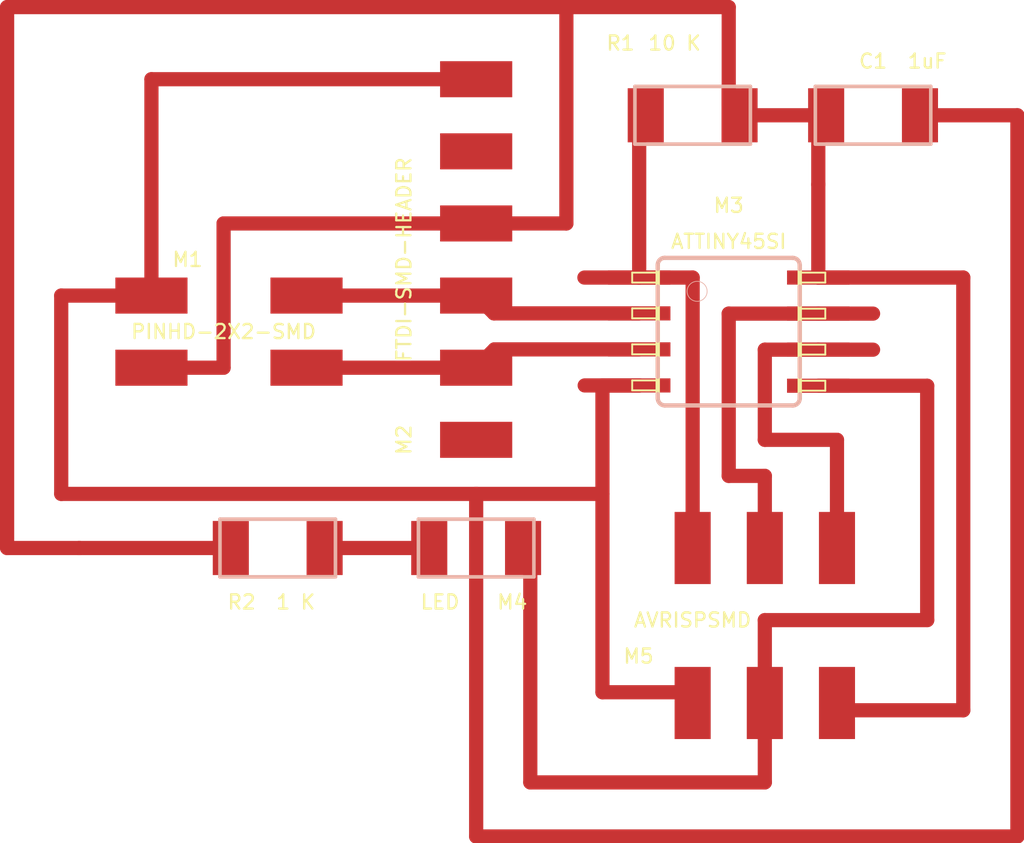
<source format=kicad_pcb>
(kicad_pcb (version 20171130) (host pcbnew 5.1.2-f72e74a~84~ubuntu18.04.1)

  (general
    (thickness 1.6)
    (drawings 0)
    (tracks 69)
    (zones 0)
    (modules 8)
    (nets 12)
  )

  (page A4)
  (layers
    (0 F.Cu signal)
    (31 B.Cu signal)
    (32 B.Adhes user)
    (33 F.Adhes user)
    (34 B.Paste user)
    (35 F.Paste user)
    (36 B.SilkS user)
    (37 F.SilkS user)
    (38 B.Mask user)
    (39 F.Mask user)
    (40 Dwgs.User user)
    (41 Cmts.User user)
    (42 Eco1.User user)
    (43 Eco2.User user)
    (44 Edge.Cuts user)
    (45 Margin user)
    (46 B.CrtYd user)
    (47 F.CrtYd user)
    (48 B.Fab user)
    (49 F.Fab user)
  )

  (setup
    (last_trace_width 0.5)
    (trace_clearance 0.2)
    (zone_clearance 0.508)
    (zone_45_only no)
    (trace_min 0.2)
    (via_size 0.8)
    (via_drill 0.4)
    (via_min_size 0.4)
    (via_min_drill 0.3)
    (uvia_size 0.3)
    (uvia_drill 0.1)
    (uvias_allowed no)
    (uvia_min_size 0.2)
    (uvia_min_drill 0.1)
    (edge_width 0.05)
    (segment_width 0.2)
    (pcb_text_width 0.3)
    (pcb_text_size 1.5 1.5)
    (mod_edge_width 0.8)
    (mod_text_size 0.5 0.5)
    (mod_text_width 0.08)
    (pad_size 1.524 1.524)
    (pad_drill 0.762)
    (pad_to_mask_clearance 0.051)
    (solder_mask_min_width 0.25)
    (aux_axis_origin 114.3 91.44)
    (visible_elements FFFFFF7F)
    (pcbplotparams
      (layerselection 0x00000_7fffffff)
      (usegerberextensions false)
      (usegerberattributes false)
      (usegerberadvancedattributes false)
      (creategerberjobfile false)
      (excludeedgelayer true)
      (linewidth 0.100000)
      (plotframeref false)
      (viasonmask false)
      (mode 1)
      (useauxorigin true)
      (hpglpennumber 1)
      (hpglpenspeed 20)
      (hpglpendiameter 15.000000)
      (psnegative false)
      (psa4output false)
      (plotreference true)
      (plotvalue true)
      (plotinvisibletext false)
      (padsonsilk false)
      (subtractmaskfromsilk false)
      (outputformat 1)
      (mirror false)
      (drillshape 0)
      (scaleselection 1)
      (outputdirectory ""))
  )

  (net 0 "")
  (net 1 /VCC)
  (net 2 /GND)
  (net 3 /Rx)
  (net 4 /Tx)
  (net 5 "Net-(M2-Pad6)")
  (net 6 "Net-(M2-Pad2)")
  (net 7 "Net-(M3-Pad7)")
  (net 8 "Net-(M3-Pad6)")
  (net 9 "Net-(M3-Pad5)")
  (net 10 "Net-(M4-Pad1)")
  (net 11 "Net-(M3-Pad1)")

  (net_class Default "This is the default net class."
    (clearance 0.2)
    (trace_width 0.5)
    (via_dia 0.8)
    (via_drill 0.4)
    (uvia_dia 0.3)
    (uvia_drill 0.1)
    (add_net /GND)
    (add_net /Rx)
    (add_net /Tx)
    (add_net /VCC)
    (add_net "Net-(M2-Pad2)")
    (add_net "Net-(M2-Pad6)")
    (add_net "Net-(M3-Pad1)")
    (add_net "Net-(M3-Pad5)")
    (add_net "Net-(M3-Pad6)")
    (add_net "Net-(M3-Pad7)")
    (add_net "Net-(M4-Pad1)")
  )

  (module fab:fab-R1206FAB (layer F.Cu) (tedit 200000) (tstamp 5D0AA6BE)
    (at 127.635 77.47)
    (path /5D0B3E97)
    (attr smd)
    (fp_text reference R2 (at -1.27 1.905) (layer F.SilkS)
      (effects (font (size 0.5 0.5) (thickness 0.08)))
    )
    (fp_text value "1 K" (at 0.635 1.905) (layer F.SilkS)
      (effects (font (size 0.5 0.5) (thickness 0.08)))
    )
    (fp_line (start -2.032 1.016) (end -2.032 -1.016) (layer B.SilkS) (width 0.127))
    (fp_line (start 2.032 1.016) (end -2.032 1.016) (layer B.SilkS) (width 0.127))
    (fp_line (start 2.032 -1.016) (end 2.032 1.016) (layer B.SilkS) (width 0.127))
    (fp_line (start -2.032 -1.016) (end 2.032 -1.016) (layer B.SilkS) (width 0.127))
    (pad 2 smd rect (at 1.651 0) (size 1.27 1.905) (layers F.Cu F.Paste F.Mask)
      (net 10 "Net-(M4-Pad1)"))
    (pad 1 smd rect (at -1.651 0) (size 1.27 1.905) (layers F.Cu F.Paste F.Mask)
      (net 1 /VCC))
  )

  (module fab:fab-R1206FAB (layer F.Cu) (tedit 200000) (tstamp 5D0AA6B4)
    (at 142.24 62.23)
    (path /5D0A6EB0)
    (attr smd)
    (fp_text reference R1 (at -2.54 -2.54) (layer F.SilkS)
      (effects (font (size 0.5 0.5) (thickness 0.08)))
    )
    (fp_text value "10 K" (at -0.635 -2.54) (layer F.SilkS)
      (effects (font (size 0.5 0.5) (thickness 0.08)))
    )
    (fp_line (start -2.032 1.016) (end -2.032 -1.016) (layer B.SilkS) (width 0.127))
    (fp_line (start 2.032 1.016) (end -2.032 1.016) (layer B.SilkS) (width 0.127))
    (fp_line (start 2.032 -1.016) (end 2.032 1.016) (layer B.SilkS) (width 0.127))
    (fp_line (start -2.032 -1.016) (end 2.032 -1.016) (layer B.SilkS) (width 0.127))
    (pad 2 smd rect (at 1.651 0) (size 1.27 1.905) (layers F.Cu F.Paste F.Mask)
      (net 1 /VCC))
    (pad 1 smd rect (at -1.651 0) (size 1.27 1.905) (layers F.Cu F.Paste F.Mask)
      (net 11 "Net-(M3-Pad1)"))
  )

  (module fab:fab-2X03SMD (layer F.Cu) (tedit 200000) (tstamp 5D0AA9A7)
    (at 144.78 80.01 270)
    (path /5D0A80B4)
    (attr smd)
    (fp_text reference M5 (at 1.27 4.445 180) (layer F.SilkS)
      (effects (font (size 0.5 0.5) (thickness 0.08)))
    )
    (fp_text value AVRISPSMD (at 0 2.54 180) (layer F.SilkS)
      (effects (font (size 0.5 0.5) (thickness 0.08)))
    )
    (pad 6 smd rect (at 2.91846 2.54 270) (size 2.54 1.27) (layers F.Cu F.Paste F.Mask)
      (net 2 /GND))
    (pad 5 smd rect (at -2.54 2.54 270) (size 2.54 1.27) (layers F.Cu F.Paste F.Mask)
      (net 11 "Net-(M3-Pad1)"))
    (pad 4 smd rect (at 2.91846 0 270) (size 2.54 1.27) (layers F.Cu F.Paste F.Mask)
      (net 9 "Net-(M3-Pad5)"))
    (pad 3 smd rect (at -2.54 0 270) (size 2.54 1.27) (layers F.Cu F.Paste F.Mask)
      (net 7 "Net-(M3-Pad7)"))
    (pad 2 smd rect (at 2.91846 -2.54 270) (size 2.54 1.27) (layers F.Cu F.Paste F.Mask)
      (net 1 /VCC))
    (pad 1 smd rect (at -2.54 -2.54 270) (size 2.54 1.27) (layers F.Cu F.Paste F.Mask)
      (net 8 "Net-(M3-Pad6)"))
    (model Pin_Headers.3dshapes/Pin_Header_Straight_2x03.wrl
      (at (xyz 0 0 0))
      (scale (xyz 1 1 1))
      (rotate (xyz 0 0 -90))
    )
  )

  (module fab:fab-LED1206FAB (layer F.Cu) (tedit 200000) (tstamp 5D0AA6A0)
    (at 134.62 77.47)
    (descr "LED1206 FAB STYLE (SMALLER PADS TO ALLOW TRACE BETWEEN)")
    (tags "LED1206 FAB STYLE (SMALLER PADS TO ALLOW TRACE BETWEEN)")
    (path /5D0AF5BB)
    (attr smd)
    (fp_text reference M4 (at 1.27 1.905) (layer F.SilkS)
      (effects (font (size 0.5 0.5) (thickness 0.08)))
    )
    (fp_text value LED (at -1.27 1.905) (layer F.SilkS)
      (effects (font (size 0.5 0.5) (thickness 0.08)))
    )
    (fp_line (start -2.032 1.016) (end -2.032 -1.016) (layer B.SilkS) (width 0.127))
    (fp_line (start 2.032 1.016) (end -2.032 1.016) (layer B.SilkS) (width 0.127))
    (fp_line (start 2.032 -1.016) (end 2.032 1.016) (layer B.SilkS) (width 0.127))
    (fp_line (start -2.032 -1.016) (end 2.032 -1.016) (layer B.SilkS) (width 0.127))
    (pad 2 smd rect (at 1.651 0) (size 1.27 1.905) (layers F.Cu F.Paste F.Mask)
      (net 9 "Net-(M3-Pad5)"))
    (pad 1 smd rect (at -1.651 0) (size 1.27 1.905) (layers F.Cu F.Paste F.Mask)
      (net 10 "Net-(M4-Pad1)"))
  )

  (module fab:fab-SOIC8 (layer F.Cu) (tedit 200000) (tstamp 5D0AA696)
    (at 143.51 69.85 270)
    (descr "WIDE PLASTIC GULL WING SMALL OUTLINE PACKAGE")
    (tags "WIDE PLASTIC GULL WING SMALL OUTLINE PACKAGE")
    (path /5D0A4D80)
    (attr smd)
    (fp_text reference M3 (at -4.445 0) (layer F.SilkS)
      (effects (font (size 0.5 0.5) (thickness 0.08)))
    )
    (fp_text value ATTINY45SI (at -3.175 0) (layer F.SilkS)
      (effects (font (size 0.5 0.5) (thickness 0.08)))
    )
    (fp_arc (start -2.3495 2.2479) (end -2.3495 2.49936) (angle 90) (layer B.SilkS) (width 0.1524))
    (fp_arc (start 2.3495 2.2479) (end 2.59842 2.2479) (angle 90) (layer B.SilkS) (width 0.1524))
    (fp_arc (start 2.3495 -2.2479) (end 2.3495 -2.49936) (angle 90) (layer B.SilkS) (width 0.1524))
    (fp_arc (start -2.3495 -2.2479) (end -2.59842 -2.2479) (angle 90) (layer B.SilkS) (width 0.1524))
    (fp_circle (center -1.41986 1.11252) (end -1.66878 1.36144) (layer B.SilkS) (width 0.0254))
    (fp_line (start 2.59842 2.2479) (end 2.59842 -2.2479) (layer B.SilkS) (width 0.1524))
    (fp_line (start -2.59842 -2.2479) (end -2.59842 2.23774) (layer B.SilkS) (width 0.1524))
    (fp_line (start -2.2098 2.49936) (end -2.33934 2.49936) (layer B.SilkS) (width 0.1524))
    (fp_line (start -0.94996 2.49936) (end -1.5875 2.49936) (layer B.SilkS) (width 0.1524))
    (fp_line (start 0.3175 2.49936) (end -0.32766 2.49936) (layer B.SilkS) (width 0.1524))
    (fp_line (start 1.5875 2.49936) (end 0.9398 2.49936) (layer B.SilkS) (width 0.1524))
    (fp_line (start 2.19964 2.49936) (end 2.32918 2.49936) (layer B.SilkS) (width 0.1524))
    (fp_line (start 2.2098 -2.49936) (end 2.35966 -2.49936) (layer B.SilkS) (width 0.1524))
    (fp_line (start 0.94996 -2.49936) (end 1.5875 -2.49936) (layer B.SilkS) (width 0.1524))
    (fp_line (start -0.3175 -2.49936) (end 0.3175 -2.49936) (layer B.SilkS) (width 0.1524))
    (fp_line (start -1.5875 -2.49936) (end -0.94996 -2.49936) (layer B.SilkS) (width 0.1524))
    (fp_line (start -2.2098 -2.49936) (end -2.33934 -2.49936) (layer B.SilkS) (width 0.1524))
    (fp_line (start -2.33934 -2.49936) (end 2.35966 -2.49936) (layer F.SilkS) (width 0.1524))
    (fp_line (start 2.35966 2.49936) (end -2.33934 2.49936) (layer F.SilkS) (width 0.1524))
    (fp_line (start -2.07772 3.39852) (end -2.07772 2.49936) (layer F.SilkS) (width 0.06604))
    (fp_line (start -2.07772 2.49936) (end -1.72974 2.49936) (layer F.SilkS) (width 0.06604))
    (fp_line (start -1.72974 3.39852) (end -1.72974 2.49936) (layer F.SilkS) (width 0.06604))
    (fp_line (start -2.07772 3.39852) (end -1.72974 3.39852) (layer F.SilkS) (width 0.06604))
    (fp_line (start -0.81788 3.39852) (end -0.81788 2.49936) (layer F.SilkS) (width 0.06604))
    (fp_line (start -0.81788 2.49936) (end -0.4699 2.49936) (layer F.SilkS) (width 0.06604))
    (fp_line (start -0.4699 3.39852) (end -0.4699 2.49936) (layer F.SilkS) (width 0.06604))
    (fp_line (start -0.81788 3.39852) (end -0.4699 3.39852) (layer F.SilkS) (width 0.06604))
    (fp_line (start 0.44958 3.39852) (end 0.44958 2.49936) (layer F.SilkS) (width 0.06604))
    (fp_line (start 0.44958 2.49936) (end 0.79756 2.49936) (layer F.SilkS) (width 0.06604))
    (fp_line (start 0.79756 3.39852) (end 0.79756 2.49936) (layer F.SilkS) (width 0.06604))
    (fp_line (start 0.44958 3.39852) (end 0.79756 3.39852) (layer F.SilkS) (width 0.06604))
    (fp_line (start 1.71958 3.39852) (end 1.71958 2.49936) (layer F.SilkS) (width 0.06604))
    (fp_line (start 1.71958 2.49936) (end 2.06756 2.49936) (layer F.SilkS) (width 0.06604))
    (fp_line (start 2.06756 3.39852) (end 2.06756 2.49936) (layer F.SilkS) (width 0.06604))
    (fp_line (start 1.71958 3.39852) (end 2.06756 3.39852) (layer F.SilkS) (width 0.06604))
    (fp_line (start 1.72974 -2.49936) (end 1.72974 -3.39852) (layer F.SilkS) (width 0.06604))
    (fp_line (start 1.72974 -3.39852) (end 2.07772 -3.39852) (layer F.SilkS) (width 0.06604))
    (fp_line (start 2.07772 -2.49936) (end 2.07772 -3.39852) (layer F.SilkS) (width 0.06604))
    (fp_line (start 1.72974 -2.49936) (end 2.07772 -2.49936) (layer F.SilkS) (width 0.06604))
    (fp_line (start 0.45974 -2.49936) (end 0.45974 -3.39852) (layer F.SilkS) (width 0.06604))
    (fp_line (start 0.45974 -3.39852) (end 0.80772 -3.39852) (layer F.SilkS) (width 0.06604))
    (fp_line (start 0.80772 -2.49936) (end 0.80772 -3.39852) (layer F.SilkS) (width 0.06604))
    (fp_line (start 0.45974 -2.49936) (end 0.80772 -2.49936) (layer F.SilkS) (width 0.06604))
    (fp_line (start -0.80772 -2.49936) (end -0.80772 -3.39852) (layer F.SilkS) (width 0.06604))
    (fp_line (start -0.80772 -3.39852) (end -0.45974 -3.39852) (layer F.SilkS) (width 0.06604))
    (fp_line (start -0.45974 -2.49936) (end -0.45974 -3.39852) (layer F.SilkS) (width 0.06604))
    (fp_line (start -0.80772 -2.49936) (end -0.45974 -2.49936) (layer F.SilkS) (width 0.06604))
    (fp_line (start -2.07772 -2.49936) (end -2.07772 -3.39852) (layer F.SilkS) (width 0.06604))
    (fp_line (start -2.07772 -3.39852) (end -1.72974 -3.39852) (layer F.SilkS) (width 0.06604))
    (fp_line (start -1.72974 -2.49936) (end -1.72974 -3.39852) (layer F.SilkS) (width 0.06604))
    (fp_line (start -2.07772 -2.49936) (end -1.72974 -2.49936) (layer F.SilkS) (width 0.06604))
    (pad 8 smd rect (at -1.905 -3.15214 270) (size 0.49784 2.19964) (layers F.Cu F.Paste F.Mask)
      (net 1 /VCC))
    (pad 7 smd rect (at -0.635 -3.15214 270) (size 0.49784 2.19964) (layers F.Cu F.Paste F.Mask)
      (net 7 "Net-(M3-Pad7)"))
    (pad 6 smd rect (at 0.635 -3.15214 270) (size 0.49784 2.19964) (layers F.Cu F.Paste F.Mask)
      (net 8 "Net-(M3-Pad6)"))
    (pad 5 smd rect (at 1.905 -3.15214 270) (size 0.49784 2.19964) (layers F.Cu F.Paste F.Mask)
      (net 9 "Net-(M3-Pad5)"))
    (pad 4 smd rect (at 1.89484 3.15214 270) (size 0.49784 2.19964) (layers F.Cu F.Paste F.Mask)
      (net 2 /GND))
    (pad 3 smd rect (at 0.62484 3.15214 270) (size 0.49784 2.19964) (layers F.Cu F.Paste F.Mask)
      (net 3 /Rx))
    (pad 2 smd rect (at -0.64262 3.15214 270) (size 0.49784 2.19964) (layers F.Cu F.Paste F.Mask)
      (net 4 /Tx))
    (pad 1 smd rect (at -1.905 3.15214 270) (size 0.49784 2.19964) (layers F.Cu F.Paste F.Mask)
      (net 11 "Net-(M3-Pad1)"))
  )

  (module fab:fab-1X06SMD (layer F.Cu) (tedit 200000) (tstamp 5D0AA896)
    (at 134.62 67.31)
    (path /5D0AC92A)
    (attr smd)
    (fp_text reference M2 (at -2.54 6.35 90) (layer F.SilkS)
      (effects (font (size 0.5 0.5) (thickness 0.08)))
    )
    (fp_text value FTDI-SMD-HEADER (at -2.54 0 90) (layer F.SilkS)
      (effects (font (size 0.5 0.5) (thickness 0.08)))
    )
    (pad 6 smd rect (at 0 6.35) (size 2.54 1.27) (layers F.Cu F.Paste F.Mask)
      (net 5 "Net-(M2-Pad6)"))
    (pad 5 smd rect (at 0 3.81) (size 2.54 1.27) (layers F.Cu F.Paste F.Mask)
      (net 3 /Rx))
    (pad 4 smd rect (at 0 1.27) (size 2.54 1.27) (layers F.Cu F.Paste F.Mask)
      (net 4 /Tx))
    (pad 3 smd rect (at 0 -1.27) (size 2.54 1.27) (layers F.Cu F.Paste F.Mask)
      (net 1 /VCC))
    (pad 2 smd rect (at 0 -3.81) (size 2.54 1.27) (layers F.Cu F.Paste F.Mask)
      (net 6 "Net-(M2-Pad2)"))
    (pad 1 smd rect (at 0 -6.35) (size 2.54 1.27) (layers F.Cu F.Paste F.Mask)
      (net 2 /GND))
    (model Pin_Headers.3dshapes/Pin_Header_Angled_1x06.wrl
      (at (xyz 0 0 0))
      (scale (xyz 1 1 1))
      (rotate (xyz 0 0 90))
    )
  )

  (module fab:fab-2X02SMD (layer F.Cu) (tedit 200000) (tstamp 5D0AA64D)
    (at 125.73 69.85)
    (path /5D0AEB83)
    (attr smd)
    (fp_text reference M1 (at -1.27 -2.54) (layer F.SilkS)
      (effects (font (size 0.5 0.5) (thickness 0.08)))
    )
    (fp_text value PINHD-2X2-SMD (at 0 0) (layer F.SilkS)
      (effects (font (size 0.5 0.5) (thickness 0.08)))
    )
    (pad 4 smd rect (at 2.91846 1.27) (size 2.54 1.27) (layers F.Cu F.Paste F.Mask)
      (net 3 /Rx))
    (pad 3 smd rect (at -2.54 1.27) (size 2.54 1.27) (layers F.Cu F.Paste F.Mask)
      (net 1 /VCC))
    (pad 2 smd rect (at 2.91846 -1.27) (size 2.54 1.27) (layers F.Cu F.Paste F.Mask)
      (net 4 /Tx))
    (pad 1 smd rect (at -2.54 -1.27) (size 2.54 1.27) (layers F.Cu F.Paste F.Mask)
      (net 2 /GND))
  )

  (module fab:fab-C1206FAB (layer F.Cu) (tedit 200000) (tstamp 5D0AA645)
    (at 148.59 62.23 180)
    (path /5D0A7CAA)
    (attr smd)
    (fp_text reference C1 (at 0 1.905) (layer F.SilkS)
      (effects (font (size 0.5 0.5) (thickness 0.08)))
    )
    (fp_text value 1uF (at -1.905 1.905) (layer F.SilkS)
      (effects (font (size 0.5 0.5) (thickness 0.08)))
    )
    (fp_line (start -2.032 1.016) (end -2.032 -1.016) (layer B.SilkS) (width 0.127))
    (fp_line (start 2.032 1.016) (end -2.032 1.016) (layer B.SilkS) (width 0.127))
    (fp_line (start 2.032 -1.016) (end 2.032 1.016) (layer B.SilkS) (width 0.127))
    (fp_line (start -2.032 -1.016) (end 2.032 -1.016) (layer B.SilkS) (width 0.127))
    (pad 2 smd rect (at 1.651 0 180) (size 1.27 1.905) (layers F.Cu F.Paste F.Mask)
      (net 1 /VCC))
    (pad 1 smd rect (at -1.651 0 180) (size 1.27 1.905) (layers F.Cu F.Paste F.Mask)
      (net 2 /GND))
  )

  (segment (start 146.66214 62.50686) (end 146.939 62.23) (width 0.5) (layer F.Cu) (net 1))
  (segment (start 146.939 62.23) (end 143.891 62.23) (width 0.5) (layer F.Cu) (net 1))
  (segment (start 146.66214 67.945) (end 146.66214 64.66586) (width 0.5) (layer F.Cu) (net 1))
  (segment (start 146.66214 64.66586) (end 146.66214 62.50686) (width 0.5) (layer F.Cu) (net 1))
  (segment (start 125.73 77.724) (end 125.984 77.47) (width 0.5) (layer F.Cu) (net 1))
  (segment (start 118.11 77.47) (end 120.65 77.47) (width 0.5) (layer F.Cu) (net 1))
  (segment (start 118.11 58.42) (end 118.11 77.47) (width 0.5) (layer F.Cu) (net 1))
  (segment (start 120.65 77.47) (end 125.73 77.47) (width 0.5) (layer F.Cu) (net 1))
  (segment (start 143.891 62.23) (end 143.51 61.849) (width 0.5) (layer F.Cu) (net 1))
  (segment (start 143.51 61.849) (end 143.51 58.42) (width 0.5) (layer F.Cu) (net 1))
  (segment (start 134.62 66.04) (end 137.795 66.04) (width 0.5) (layer F.Cu) (net 1))
  (segment (start 137.795 66.04) (end 137.795 58.42) (width 0.5) (layer F.Cu) (net 1))
  (segment (start 143.51 58.42) (end 137.795 58.42) (width 0.5) (layer F.Cu) (net 1))
  (segment (start 137.795 58.42) (end 118.11 58.42) (width 0.5) (layer F.Cu) (net 1))
  (segment (start 123.19 71.12) (end 125.73 71.12) (width 0.5) (layer F.Cu) (net 1))
  (segment (start 125.73 71.12) (end 125.73 66.04) (width 0.5) (layer F.Cu) (net 1))
  (segment (start 125.73 66.04) (end 134.62 66.04) (width 0.5) (layer F.Cu) (net 1))
  (segment (start 147.57654 83.185) (end 147.32 82.92846) (width 0.5) (layer F.Cu) (net 1))
  (segment (start 151.765 83.185) (end 147.57654 83.185) (width 0.5) (layer F.Cu) (net 1))
  (segment (start 151.765 83.185) (end 151.765 67.945) (width 0.5) (layer F.Cu) (net 1))
  (segment (start 151.765 67.945) (end 146.66214 67.945) (width 0.5) (layer F.Cu) (net 1))
  (segment (start 140.35786 71.74484) (end 139.07516 71.74484) (width 0.5) (layer F.Cu) (net 2))
  (segment (start 141.86154 82.55) (end 142.24 82.92846) (width 0.5) (layer F.Cu) (net 2))
  (segment (start 139.065 82.55) (end 141.86154 82.55) (width 0.5) (layer F.Cu) (net 2))
  (segment (start 139.065 71.755) (end 139.07516 71.74484) (width 0.5) (layer F.Cu) (net 2))
  (segment (start 135.26516 70.47484) (end 134.62 71.12) (width 0.5) (layer F.Cu) (net 3))
  (segment (start 140.35786 70.47484) (end 135.26516 70.47484) (width 0.5) (layer F.Cu) (net 3))
  (segment (start 134.62 71.12) (end 128.64846 71.12) (width 0.5) (layer F.Cu) (net 3))
  (segment (start 135.24738 69.20738) (end 134.62 68.58) (width 0.5) (layer F.Cu) (net 4))
  (segment (start 140.35786 69.20738) (end 135.24738 69.20738) (width 0.5) (layer F.Cu) (net 4))
  (segment (start 134.62 68.58) (end 128.64846 68.58) (width 0.5) (layer F.Cu) (net 4))
  (segment (start 140.35786 62.46114) (end 140.589 62.23) (width 0.5) (layer F.Cu) (net 11))
  (segment (start 123.19 68.58) (end 123.19 60.96) (width 0.5) (layer F.Cu) (net 2))
  (segment (start 123.19 60.96) (end 134.62 60.96) (width 0.5) (layer F.Cu) (net 2))
  (segment (start 123.19 68.58) (end 120.015 68.58) (width 0.5) (layer F.Cu) (net 2))
  (segment (start 120.015 68.58) (end 120.015 75.565) (width 0.5) (layer F.Cu) (net 2))
  (segment (start 139.065 82.55) (end 139.065 75.565) (width 0.5) (layer F.Cu) (net 2))
  (segment (start 139.065 75.565) (end 139.065 71.755) (width 0.5) (layer F.Cu) (net 2))
  (segment (start 134.62 75.565) (end 139.065 75.565) (width 0.5) (layer F.Cu) (net 2))
  (segment (start 120.015 75.565) (end 134.62 75.565) (width 0.5) (layer F.Cu) (net 2))
  (segment (start 153.67 87.63) (end 134.62 87.63) (width 0.5) (layer F.Cu) (net 2))
  (segment (start 150.241 62.23) (end 153.67 62.23) (width 0.5) (layer F.Cu) (net 2))
  (segment (start 134.62 87.63) (end 134.62 75.565) (width 0.5) (layer F.Cu) (net 2))
  (segment (start 153.67 62.23) (end 153.67 87.63) (width 0.5) (layer F.Cu) (net 2))
  (segment (start 140.35786 71.74484) (end 138.44016 71.74484) (width 0.5) (layer F.Cu) (net 2))
  (segment (start 140.35786 67.945) (end 142.24 67.945) (width 0.5) (layer F.Cu) (net 11))
  (segment (start 142.24 67.945) (end 142.24 76.2) (width 0.5) (layer F.Cu) (net 11))
  (segment (start 144.78 74.93) (end 144.78 77.47) (width 0.5) (layer F.Cu) (net 7))
  (segment (start 146.66214 69.215) (end 143.51 69.215) (width 0.5) (layer F.Cu) (net 7))
  (segment (start 143.51 74.93) (end 144.78 74.93) (width 0.5) (layer F.Cu) (net 7))
  (segment (start 143.51 69.215) (end 143.51 74.93) (width 0.5) (layer F.Cu) (net 7))
  (segment (start 146.66214 69.215) (end 148.59 69.215) (width 0.5) (layer F.Cu) (net 7))
  (segment (start 147.32 73.66) (end 147.32 77.47) (width 0.5) (layer F.Cu) (net 8))
  (segment (start 144.78 73.66) (end 147.32 73.66) (width 0.5) (layer F.Cu) (net 8))
  (segment (start 146.66214 70.485) (end 144.78 70.485) (width 0.5) (layer F.Cu) (net 8))
  (segment (start 144.78 70.485) (end 144.78 73.66) (width 0.5) (layer F.Cu) (net 8))
  (segment (start 146.66214 70.485) (end 148.59 70.485) (width 0.5) (layer F.Cu) (net 8))
  (segment (start 144.78 82.92846) (end 144.78 85.725) (width 0.5) (layer F.Cu) (net 9))
  (segment (start 144.78 85.725) (end 136.525 85.725) (width 0.5) (layer F.Cu) (net 9))
  (segment (start 136.525 77.724) (end 136.271 77.47) (width 0.5) (layer F.Cu) (net 9))
  (segment (start 136.525 85.725) (end 136.525 77.724) (width 0.5) (layer F.Cu) (net 9))
  (segment (start 144.78 82.92846) (end 144.78 80.01) (width 0.5) (layer F.Cu) (net 9))
  (segment (start 144.78 80.01) (end 150.495 80.01) (width 0.5) (layer F.Cu) (net 9))
  (segment (start 150.495 80.01) (end 150.495 71.755) (width 0.5) (layer F.Cu) (net 9))
  (segment (start 150.495 71.755) (end 146.66214 71.755) (width 0.5) (layer F.Cu) (net 9))
  (segment (start 129.286 77.47) (end 132.969 77.47) (width 0.5) (layer F.Cu) (net 10))
  (segment (start 140.35786 62.46114) (end 140.589 62.23) (width 0.5) (layer F.Cu) (net 11))
  (segment (start 140.35786 67.945) (end 140.35786 62.46114) (width 0.5) (layer F.Cu) (net 11))
  (segment (start 140.35786 67.945) (end 138.43 67.945) (width 0.5) (layer F.Cu) (net 11))

)

</source>
